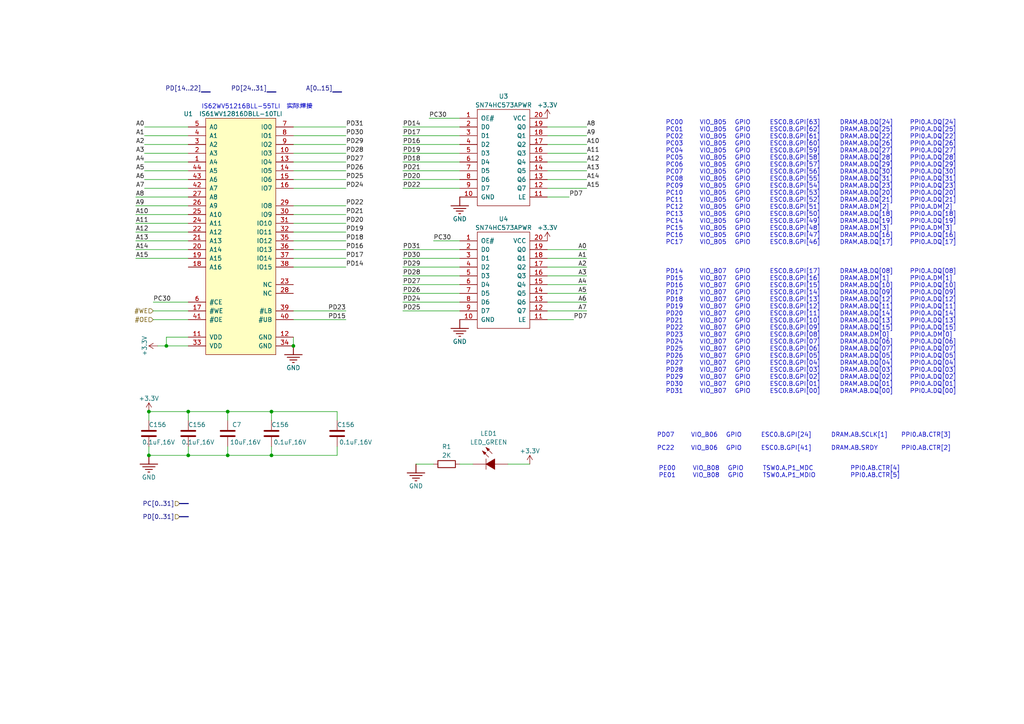
<source format=kicad_sch>
(kicad_sch (version 20230121) (generator eeschema)
  (paper "A4")
  (title_block (title "HPM6E00EVKSRAMSDRAMRevA") (date "2024/10/22") (comment 1 "02_SRAM"))
  (lib_symbols
    (symbol "01-HPM-Peripheral:LED_GREEN" (pin_numbers hide) (pin_names (offset 1.016) hide)
      (property "Reference" "LED" (at -5.08 1.27 0))
      (property "Value" "LED_GREEN" (at 0 8.89 0))
      (symbol "LED_GREEN_1_1"
        (polyline (pts (xy -2.54 1.524) (xy -2.54 -1.524)) (stroke (width 0.1524)))
        (polyline (pts (xy -1.778 2.032) (xy -3.556 3.81)) (stroke (width 0.1524)))
        (polyline (pts (xy -0.762 3.048) (xy -2.54 4.826)) (stroke (width 0.1524)))
        (polyline (pts (xy -3.556 3.81) (xy -2.54 3.302) (xy -3.048 2.794) (xy -3.556 3.81)) (stroke (width 0.1524)) (fill (type outline)))
        (polyline (pts (xy -2.54 4.826) (xy -1.524 4.318) (xy -2.032 3.81) (xy -2.54 4.826)) (stroke (width 0.1524)) (fill (type outline)))
        (polyline (pts (xy 0 -1.524) (xy -2.54 0) (xy 0 1.524) (xy 0 -1.524)) (stroke (width 0.1524)) (fill (type outline)))
        (pin input line (at -6.35 0 0) (length 3.81) (name "K") (number "1"))
        (pin input line (at 3.81 0 180) (length 3.81) (name "A") (number "2"))
      )
    )
    (symbol "02_HPM_Resistor:2K_0402" (pin_numbers hide) (pin_names (offset 0))
      (property "Reference" "R" (at 0 5.08 0))
      (property "Value" "2K" (at 0 7.62 0))
      (symbol "2K_0402_0_1"
        (rectangle (start 2.54 -1.016) (end -2.54 1.016) (stroke (width 0.254)))
      )
      (symbol "2K_0402_1_1"
        (pin passive line (at -3.81 0 0) (length 1.27) (name "~") (number "1"))
        (pin passive line (at 3.81 0 180) (length 1.27) (name "~") (number "2"))
      )
    )
    (symbol "03_HPM_Capacitance:0.1uF,16V_0402" (pin_numbers hide) (pin_names (offset 0.254))
      (property "Reference" "C" (at 1.27 -2.54 0))
      (property "Value" "0.1uF,16V" (at 1.27 2.54 0))
      (symbol "0.1uF,16V_0402_0_1"
        (polyline (pts (xy -2.032 -0.762) (xy 2.032 -0.762)) (stroke (width 0.508)))
        (polyline (pts (xy -2.032 0.762) (xy 2.032 0.762)) (stroke (width 0.508)))
      )
      (symbol "0.1uF,16V_0402_1_1"
        (pin passive line (at 0 3.81 270) (length 2.794) (name "~") (number "1"))
        (pin passive line (at 0 -3.81 90) (length 2.794) (name "~") (number "2"))
      )
    )
    (symbol "03_HPM_Capacitance:10uF,16V_0603" (pin_numbers hide) (pin_names (offset 0.254))
      (property "Reference" "C" (at 0.635 2.54 0))
      (property "Value" "10uF,16V" (at 0.635 -2.54 0))
      (symbol "10uF,16V_0603_0_1"
        (polyline (pts (xy -2.032 -0.762) (xy 2.032 -0.762)) (stroke (width 0.508)))
        (polyline (pts (xy -2.032 0.762) (xy 2.032 0.762)) (stroke (width 0.508)))
      )
      (symbol "10uF,16V_0603_1_1"
        (pin passive line (at 0 3.81 270) (length 2.794) (name "~") (number "1"))
        (pin passive line (at 0 -3.81 90) (length 2.794) (name "~") (number "2"))
      )
    )
    (symbol "10_HPM_Storage_IC:IS61WV12816DBLL-10TLI" (pin_names (offset 1.016))
      (property "Reference" "U" (at 0 36.957 0))
      (property "Value" "IS61WV12816DBLL-10TLI" (at 0 42.037 0))
      (symbol "IS61WV12816DBLL-10TLI_1_1"
        (rectangle (start -10.16 34.29) (end 10.16 -34.29) (stroke (width 0.1524)) (fill (type background)))
        (pin input line (at -15.24 21.59 0) (length 5.08) (name "A4") (number "1"))
        (pin bidirectional line (at 15.24 24.13 180) (length 5.08) (name "IO3") (number "10"))
        (pin power_in line (at -15.24 -29.21 0) (length 5.08) (name "VDD") (number "11"))
        (pin power_in line (at 15.24 -29.21 180) (length 5.08) (name "GND") (number "12"))
        (pin bidirectional line (at 15.24 21.59 180) (length 5.08) (name "IO4") (number "13"))
        (pin bidirectional line (at 15.24 19.05 180) (length 5.08) (name "IO5") (number "14"))
        (pin bidirectional line (at 15.24 16.51 180) (length 5.08) (name "IO6") (number "15"))
        (pin bidirectional line (at 15.24 13.97 180) (length 5.08) (name "IO7") (number "16"))
        (pin input line (at -15.24 -21.59 0) (length 5.08) (name "#WE") (number "17"))
        (pin input line (at -15.24 -8.89 0) (length 5.08) (name "A16") (number "18"))
        (pin input line (at -15.24 -6.35 0) (length 5.08) (name "A15") (number "19"))
        (pin input line (at -15.24 24.13 0) (length 5.08) (name "A3") (number "2"))
        (pin input line (at -15.24 -3.81 0) (length 5.08) (name "A14") (number "20"))
        (pin input line (at -15.24 -1.27 0) (length 5.08) (name "A13") (number "21"))
        (pin input line (at -15.24 1.27 0) (length 5.08) (name "A12") (number "22"))
        (pin input line (at 15.24 -13.97 180) (length 5.08) (name "NC") (number "23"))
        (pin input line (at -15.24 3.81 0) (length 5.08) (name "A11") (number "24"))
        (pin input line (at -15.24 6.35 0) (length 5.08) (name "A10") (number "25"))
        (pin input line (at -15.24 8.89 0) (length 5.08) (name "A9") (number "26"))
        (pin input line (at -15.24 11.43 0) (length 5.08) (name "A8") (number "27"))
        (pin input line (at 15.24 -16.51 180) (length 5.08) (name "NC") (number "28"))
        (pin bidirectional line (at 15.24 8.89 180) (length 5.08) (name "IO8") (number "29"))
        (pin input line (at -15.24 26.67 0) (length 5.08) (name "A2") (number "3"))
        (pin bidirectional line (at 15.24 6.35 180) (length 5.08) (name "IO9") (number "30"))
        (pin bidirectional line (at 15.24 3.81 180) (length 5.08) (name "IO10") (number "31"))
        (pin bidirectional line (at 15.24 1.27 180) (length 5.08) (name "IO11") (number "32"))
        (pin power_in line (at -15.24 -31.75 0) (length 5.08) (name "VDD") (number "33"))
        (pin power_in line (at 15.24 -31.75 180) (length 5.08) (name "GND") (number "34"))
        (pin bidirectional line (at 15.24 -1.27 180) (length 5.08) (name "IO12") (number "35"))
        (pin bidirectional line (at 15.24 -3.81 180) (length 5.08) (name "IO13") (number "36"))
        (pin bidirectional line (at 15.24 -6.35 180) (length 5.08) (name "IO14") (number "37"))
        (pin bidirectional line (at 15.24 -8.89 180) (length 5.08) (name "IO15") (number "38"))
        (pin input line (at 15.24 -21.59 180) (length 5.08) (name "#LB") (number "39"))
        (pin input line (at -15.24 29.21 0) (length 5.08) (name "A1") (number "4"))
        (pin input line (at 15.24 -24.13 180) (length 5.08) (name "#UB") (number "40"))
        (pin input line (at -15.24 -24.13 0) (length 5.08) (name "#OE") (number "41"))
        (pin input line (at -15.24 13.97 0) (length 5.08) (name "A7") (number "42"))
        (pin input line (at -15.24 16.51 0) (length 5.08) (name "A6") (number "43"))
        (pin input line (at -15.24 19.05 0) (length 5.08) (name "A5") (number "44"))
        (pin input line (at -15.24 31.75 0) (length 5.08) (name "A0") (number "5"))
        (pin input line (at -15.24 -19.05 0) (length 5.08) (name "#CE") (number "6"))
        (pin bidirectional line (at 15.24 31.75 180) (length 5.08) (name "IO0") (number "7"))
        (pin bidirectional line (at 15.24 29.21 180) (length 5.08) (name "IO1") (number "8"))
        (pin bidirectional line (at 15.24 26.67 180) (length 5.08) (name "IO2") (number "9"))
      )
    )
    (symbol "Goldfinger-altium-import:GND" (power)
      (property "Reference" "#PWR" (at 0 0 0))
      (property "Value" "GND" (at 0 6.35 0))
      (symbol "GND_0_0"
        (polyline (pts (xy -2.54 -2.54) (xy 2.54 -2.54)) (stroke (width 0.254)))
        (polyline (pts (xy -1.778 -3.302) (xy 1.778 -3.302)) (stroke (width 0.254)))
        (polyline (pts (xy -1.016 -4.064) (xy 1.016 -4.064)) (stroke (width 0.254)))
        (polyline (pts (xy -0.254 -4.826) (xy 0.254 -4.826)) (stroke (width 0.254)))
        (polyline (pts (xy 0 0) (xy 0 -2.54)) (stroke (width 0.254)))
        (pin power_in line (at 0 0 0) (length 0) hide (name "GND") (number ""))
      )
    )
    (symbol "ZHAO_LIB:74HC573PW,118" (pin_names (offset 1.016))
      (property "Reference" "U" (at -6.35 15.24 0))
      (property "Value" "74HC573PW" (at 1.27 15.1638 0))
      (symbol "74HC573PW,118_1_1"
        (rectangle (start -7.62 13.97) (end 7.62 -13.97) (stroke (width 0.1524)))
        (pin input line (at -12.7 11.43 0) (length 5.08) (name "OE#") (number "1"))
        (pin input line (at -12.7 -11.43 0) (length 5.08) (name "GND") (number "10"))
        (pin input line (at 12.7 -11.43 180) (length 5.08) (name "LE") (number "11"))
        (pin input line (at 12.7 -8.89 180) (length 5.08) (name "Q7") (number "12"))
        (pin input line (at 12.7 -6.35 180) (length 5.08) (name "Q6") (number "13"))
        (pin input line (at 12.7 -3.81 180) (length 5.08) (name "Q5") (number "14"))
        (pin input line (at 12.7 -1.27 180) (length 5.08) (name "Q4") (number "15"))
        (pin input line (at 12.7 1.27 180) (length 5.08) (name "Q3") (number "16"))
        (pin input line (at 12.7 3.81 180) (length 5.08) (name "Q2") (number "17"))
        (pin input line (at 12.7 6.35 180) (length 5.08) (name "Q1") (number "18"))
        (pin input line (at 12.7 8.89 180) (length 5.08) (name "Q0") (number "19"))
        (pin input line (at -12.7 8.89 0) (length 5.08) (name "D0") (number "2"))
        (pin input line (at 12.7 11.43 180) (length 5.08) (name "VCC") (number "20"))
        (pin input line (at -12.7 6.35 0) (length 5.08) (name "D1") (number "3"))
        (pin input line (at -12.7 3.81 0) (length 5.08) (name "D2") (number "4"))
        (pin input line (at -12.7 1.27 0) (length 5.08) (name "D3") (number "5"))
        (pin input line (at -12.7 -1.27 0) (length 5.08) (name "D4") (number "6"))
        (pin input line (at -12.7 -3.81 0) (length 5.08) (name "D5") (number "7"))
        (pin input line (at -12.7 -6.35 0) (length 5.08) (name "D6") (number "8"))
        (pin input line (at -12.7 -8.89 0) (length 5.08) (name "D7") (number "9"))
      )
    )
    (symbol "power:+3.3V" (power) (pin_names (offset 0))
      (property "Value" "+3.3V" (at 0 3.556 0))
      (symbol "+3.3V_0_1"
        (polyline (pts (xy -0.762 1.27) (xy 0 2.54)))
        (polyline (pts (xy 0 0) (xy 0 2.54)))
        (polyline (pts (xy 0 2.54) (xy 0.762 1.27)))
      )
      (symbol "+3.3V_1_1"
        (pin power_in line (at 0 0 90) (length 0) hide (name "+3.3V") (number "1"))
      )
    )
  )
  (junction (at 43.18 119.38))
  (junction (at 54.61 132.08))
  (junction (at 43.18 132.08))
  (junction (at 66.04 119.38))
  (junction (at 54.61 119.38))
  (junction (at 48.26 100.33))
  (junction (at 66.04 132.08))
  (junction (at 78.74 119.38))
  (junction (at 85.09 100.33))
  (junction (at 78.74 132.08))
  (bus (pts (xy 77.47 26.67) (xy 80.01 26.67)))
  (wire (pts (xy 48.26 100.33) (xy 54.61 100.33)))
  (wire (pts (xy 66.04 119.38) (xy 78.74 119.38)))
  (wire (pts (xy 41.91 46.99) (xy 54.61 46.99)))
  (wire (pts (xy 100.33 64.77) (xy 85.09 64.77)) (stroke (width 0.15)))
  (wire (pts (xy 48.26 97.79) (xy 54.61 97.79)))
  (wire (pts (xy 158.75 82.55) (xy 170.18 82.55)))
  (wire (pts (xy 158.75 90.17) (xy 170.18 90.17)))
  (wire (pts (xy 158.75 80.01) (xy 170.18 80.01)))
  (wire (pts (xy 116.84 87.63) (xy 133.35 87.63)))
  (wire (pts (xy 97.79 129.54) (xy 97.79 132.08)))
  (wire (pts (xy 133.35 134.62) (xy 137.16 134.62)))
  (wire (pts (xy 41.91 36.83) (xy 54.61 36.83)))
  (wire (pts (xy 100.33 69.85) (xy 85.09 69.85)) (stroke (width 0.15)))
  (wire (pts (xy 100.33 62.23) (xy 85.09 62.23)) (stroke (width 0.15)))
  (wire (pts (xy 100.33 52.07) (xy 85.09 52.07)) (stroke (width 0.15)))
  (wire (pts (xy 48.26 97.79) (xy 48.26 100.33)))
  (wire (pts (xy 39.37 72.39) (xy 54.61 72.39)))
  (wire (pts (xy 158.75 41.91) (xy 170.18 41.91)))
  (wire (pts (xy 116.84 36.83) (xy 133.35 36.83)))
  (wire (pts (xy 39.37 69.85) (xy 54.61 69.85)))
  (wire (pts (xy 100.33 44.45) (xy 85.09 44.45)) (stroke (width 0.15)))
  (wire (pts (xy 100.33 72.39) (xy 85.09 72.39)) (stroke (width 0.15)))
  (wire (pts (xy 100.33 77.47) (xy 85.09 77.47)) (stroke (width 0.15)))
  (wire (pts (xy 124.46 34.29) (xy 133.35 34.29)))
  (wire (pts (xy 39.37 59.69) (xy 54.61 59.69)))
  (wire (pts (xy 100.33 49.53) (xy 85.09 49.53)) (stroke (width 0.15)))
  (wire (pts (xy 39.37 74.93) (xy 54.61 74.93)))
  (bus (pts (xy 96.52 26.67) (xy 99.06 26.67)))
  (wire (pts (xy 116.84 44.45) (xy 133.35 44.45)))
  (wire (pts (xy 66.04 119.38) (xy 66.04 121.92)))
  (wire (pts (xy 158.75 44.45) (xy 170.18 44.45)))
  (wire (pts (xy 158.75 39.37) (xy 170.18 39.37)))
  (wire (pts (xy 100.33 54.61) (xy 85.09 54.61)) (stroke (width 0.15)))
  (wire (pts (xy 78.74 119.38) (xy 78.74 121.92)))
  (wire (pts (xy 43.18 119.38) (xy 43.18 121.92)) (stroke (width 0.15)))
  (wire (pts (xy 158.75 52.07) (xy 170.18 52.07)))
  (wire (pts (xy 158.75 72.39) (xy 170.18 72.39)))
  (wire (pts (xy 41.91 41.91) (xy 54.61 41.91)))
  (wire (pts (xy 66.04 132.08) (xy 78.74 132.08)))
  (wire (pts (xy 44.45 92.71) (xy 54.61 92.71)))
  (wire (pts (xy 43.18 129.54) (xy 43.18 132.08)) (stroke (width 0.15)))
  (wire (pts (xy 45.72 100.33) (xy 48.26 100.33)))
  (wire (pts (xy 116.84 77.47) (xy 133.35 77.47)))
  (wire (pts (xy 116.84 80.01) (xy 133.35 80.01)))
  (wire (pts (xy 97.79 119.38) (xy 97.79 121.92)))
  (wire (pts (xy 158.75 54.61) (xy 170.18 54.61)))
  (wire (pts (xy 158.75 49.53) (xy 170.18 49.53)))
  (wire (pts (xy 116.84 52.07) (xy 133.35 52.07)))
  (wire (pts (xy 54.61 132.08) (xy 66.04 132.08)))
  (wire (pts (xy 78.74 132.08) (xy 97.79 132.08)))
  (wire (pts (xy 100.33 41.91) (xy 85.09 41.91)) (stroke (width 0.15)))
  (wire (pts (xy 54.61 119.38) (xy 66.04 119.38)))
  (wire (pts (xy 116.84 72.39) (xy 133.35 72.39)))
  (wire (pts (xy 116.84 82.55) (xy 133.35 82.55)))
  (wire (pts (xy 41.91 44.45) (xy 54.61 44.45)))
  (wire (pts (xy 100.33 67.31) (xy 85.09 67.31)) (stroke (width 0.15)))
  (wire (pts (xy 39.37 67.31) (xy 54.61 67.31)))
  (wire (pts (xy 116.84 90.17) (xy 133.35 90.17)))
  (wire (pts (xy 116.84 49.53) (xy 133.35 49.53)))
  (wire (pts (xy 166.37 92.71) (xy 158.75 92.71)))
  (wire (pts (xy 116.84 39.37) (xy 133.35 39.37)))
  (wire (pts (xy 44.45 87.63) (xy 54.61 87.63)))
  (wire (pts (xy 41.91 39.37) (xy 54.61 39.37)))
  (wire (pts (xy 153.67 134.62) (xy 147.32 134.62)))
  (wire (pts (xy 116.84 46.99) (xy 133.35 46.99)))
  (wire (pts (xy 158.75 36.83) (xy 170.18 36.83)))
  (bus (pts (xy 52.07 149.86) (xy 54.61 149.86)))
  (wire (pts (xy 78.74 129.54) (xy 78.74 132.08)))
  (wire (pts (xy 54.61 119.38) (xy 43.18 119.38)) (stroke (width 0.15)))
  (wire (pts (xy 54.61 129.54) (xy 54.61 132.08)) (stroke (width 0.15)))
  (wire (pts (xy 100.33 74.93) (xy 85.09 74.93)) (stroke (width 0.15)))
  (wire (pts (xy 39.37 62.23) (xy 54.61 62.23)))
  (wire (pts (xy 158.75 85.09) (xy 170.18 85.09)))
  (wire (pts (xy 100.33 39.37) (xy 85.09 39.37)) (stroke (width 0.15)))
  (wire (pts (xy 39.37 57.15) (xy 54.61 57.15)))
  (wire (pts (xy 54.61 132.08) (xy 43.18 132.08)) (stroke (width 0.15)))
  (wire (pts (xy 78.74 119.38) (xy 97.79 119.38)))
  (wire (pts (xy 158.75 46.99) (xy 170.18 46.99)))
  (wire (pts (xy 41.91 49.53) (xy 54.61 49.53)))
  (wire (pts (xy 100.33 36.83) (xy 85.09 36.83)) (stroke (width 0.15)))
  (wire (pts (xy 125.73 69.85) (xy 133.35 69.85)))
  (wire (pts (xy 116.84 41.91) (xy 133.35 41.91)))
  (wire (pts (xy 100.33 59.69) (xy 85.09 59.69)) (stroke (width 0.15)))
  (wire (pts (xy 44.45 90.17) (xy 54.61 90.17)))
  (wire (pts (xy 41.91 52.07) (xy 54.61 52.07)))
  (wire (pts (xy 116.84 54.61) (xy 133.35 54.61)))
  (bus (pts (xy 52.07 146.05) (xy 54.61 146.05)))
  (wire (pts (xy 100.33 90.17) (xy 85.09 90.17)))
  (wire (pts (xy 85.09 97.79) (xy 85.09 100.33)))
  (wire (pts (xy 100.33 46.99) (xy 85.09 46.99)) (stroke (width 0.15)))
  (wire (pts (xy 116.84 74.93) (xy 133.35 74.93)))
  (wire (pts (xy 158.75 74.93) (xy 170.18 74.93)))
  (wire (pts (xy 116.84 85.09) (xy 133.35 85.09)))
  (wire (pts (xy 120.65 134.62) (xy 125.73 134.62)))
  (wire (pts (xy 41.91 54.61) (xy 54.61 54.61)))
  (wire (pts (xy 39.37 64.77) (xy 54.61 64.77)))
  (wire (pts (xy 158.75 87.63) (xy 170.18 87.63)))
  (wire (pts (xy 66.04 129.54) (xy 66.04 132.08)))
  (wire (pts (xy 165.1 57.15) (xy 158.75 57.15)))
  (wire (pts (xy 158.75 77.47) (xy 170.18 77.47)))
  (wire (pts (xy 54.61 119.38) (xy 54.61 121.92)) (stroke (width 0.15)))
  (bus (pts (xy 58.42 26.67) (xy 60.96 26.67)))
  (wire (pts (xy 100.33 92.71) (xy 85.09 92.71)))
  (text "PE00	VIO_B08	GPIO	TSW0.A.P1_MDC		PPI0.AB.CTR[4]\nPE01	VIO_B08	GPIO	TSW0.A.P1_MDIO		PPI0.AB.CTR[5]\n" (at 191.0078 138.7238 0) (effects (font (size 1.27 1.27)) (justify left bottom)))
  (text "PC22	VIO_B06	GPIO	ESC0.B.GPI[41]	DRAM.AB.SRDY	PPI0.AB.CTR[2]\n" (at 190.5 130.81 0) (effects (font (size 1.27 1.27)) (justify left bottom)))
  (text "PD14	VIO_B07	GPIO	ESC0.B.GPI[17]	DRAM.AB.DQ[08]	PPI0.A.DQ[08]\nPD15	VIO_B07	GPIO	ESC0.B.GPI[16]	DRAM.AB.DM[1]	PPI0.A.DM[1]\nPD16	VIO_B07	GPIO	ESC0.B.GPI[15]	DRAM.AB.DQ[10]	PPI0.A.DQ[10]\nPD17	VIO_B07	GPIO	ESC0.B.GPI[14]	DRAM.AB.DQ[09]	PPI0.A.DQ[09]\nPD18	VIO_B07	GPIO	ESC0.B.GPI[13]	DRAM.AB.DQ[12]	PPI0.A.DQ[12]\nPD19	VIO_B07	GPIO	ESC0.B.GPI[12]	DRAM.AB.DQ[11]	PPI0.A.DQ[11]\nPD20	VIO_B07	GPIO	ESC0.B.GPI[11]	DRAM.AB.DQ[14]	PPI0.A.DQ[14]\nPD21	VIO_B07	GPIO	ESC0.B.GPI[10]	DRAM.AB.DQ[13]	PPI0.A.DQ[13]\nPD22	VIO_B07	GPIO	ESC0.B.GPI[09]	DRAM.AB.DQ[15]	PPI0.A.DQ[15]\nPD23	VIO_B07	GPIO	ESC0.B.GPI[08]	DRAM.AB.DM[0]	PPI0.A.DM[0]\nPD24	VIO_B07	GPIO	ESC0.B.GPI[07]	DRAM.AB.DQ[06]	PPI0.A.DQ[06]\nPD25	VIO_B07	GPIO	ESC0.B.GPI[06]	DRAM.AB.DQ[07]	PPI0.A.DQ[07]\nPD26	VIO_B07	GPIO	ESC0.B.GPI[05]	DRAM.AB.DQ[05]	PPI0.A.DQ[05]\nPD27	VIO_B07	GPIO	ESC0.B.GPI[04]	DRAM.AB.DQ[04]	PPI0.A.DQ[04]\nPD28	VIO_B07	GPIO	ESC0.B.GPI[03]	DRAM.AB.DQ[03]	PPI0.A.DQ[03]\nPD29	VIO_B07	GPIO	ESC0.B.GPI[02]	DRAM.AB.DQ[02]	PPI0.A.DQ[02]\nPD30	VIO_B07	GPIO	ESC0.B.GPI[01]	DRAM.AB.DQ[01]	PPI0.A.DQ[01]\nPD31	VIO_B07	GPIO	ESC0.B.GPI[00]	DRAM.AB.DQ[00]	PPI0.A.DQ[00]\n" (at 193.04 114.3 0) (effects (font (size 1.27 1.27)) (justify left bottom)))
  (text "PC00	VIO_B05	GPIO	ESC0.B.GPI[63]	DRAM.AB.DQ[24]	PPI0.A.DQ[24]\nPC01	VIO_B05	GPIO	ESC0.B.GPI[62]	DRAM.AB.DQ[25]	PPI0.A.DQ[25]\nPC02	VIO_B05	GPIO	ESC0.B.GPI[61]	DRAM.AB.DQ[22]	PPI0.A.DQ[22]\nPC03	VIO_B05	GPIO	ESC0.B.GPI[60]	DRAM.AB.DQ[26]	PPI0.A.DQ[26]\nPC04	VIO_B05	GPIO	ESC0.B.GPI[59]	DRAM.AB.DQ[27]	PPI0.A.DQ[27]\nPC05	VIO_B05	GPIO	ESC0.B.GPI[58]	DRAM.AB.DQ[28]	PPI0.A.DQ[28]\nPC06	VIO_B05	GPIO	ESC0.B.GPI[57]	DRAM.AB.DQ[29]	PPI0.A.DQ[29]\nPC07	VIO_B05	GPIO	ESC0.B.GPI[56]	DRAM.AB.DQ[30]	PPI0.A.DQ[30]\nPC08	VIO_B05	GPIO	ESC0.B.GPI[55]	DRAM.AB.DQ[31]	PPI0.A.DQ[31]\nPC09	VIO_B05	GPIO	ESC0.B.GPI[54]	DRAM.AB.DQ[23]	PPI0.A.DQ[23]\nPC10	VIO_B05	GPIO	ESC0.B.GPI[53]	DRAM.AB.DQ[20]	PPI0.A.DQ[20]\nPC11	VIO_B05	GPIO	ESC0.B.GPI[52]	DRAM.AB.DQ[21]	PPI0.A.DQ[21]\nPC12	VIO_B05	GPIO	ESC0.B.GPI[51]	DRAM.AB.DM[2]	PPI0.A.DM[2]\nPC13	VIO_B05	GPIO	ESC0.B.GPI[50]	DRAM.AB.DQ[18]	PPI0.A.DQ[18]\nPC14	VIO_B05	GPIO	ESC0.B.GPI[49]	DRAM.AB.DQ[19]	PPI0.A.DQ[19]\nPC15	VIO_B05	GPIO	ESC0.B.GPI[48]	DRAM.AB.DM[3]	PPI0.A.DM[3]\nPC16	VIO_B05	GPIO	ESC0.B.GPI[47]	DRAM.AB.DQ[16]	PPI0.A.DQ[16]\nPC17	VIO_B05	GPIO	ESC0.B.GPI[46]	DRAM.AB.DQ[17]	PPI0.A.DQ[17]\n" (at 193.04 71.12 0) (effects (font (size 1.27 1.27)) (justify left bottom)))
  (text "PD07	VIO_B06	GPIO	ESC0.B.GPI[24]	DRAM.AB.SCLK[1]	PPI0.AB.CTR[3]\n" (at 190.5 127 0) (effects (font (size 1.27 1.27)) (justify left bottom)))
  (text "IS62WV51216BLL-55TLI  实际焊接" (at 58.42 31.75 0) (effects (font (size 1.27 1.27)) (justify left bottom)))
  (label "PD26" (at 116.84 85.09 0))
  (label "PD26" (at 100.33 49.53 0))
  (label "A2" (at 170.18 77.47 180))
  (label "A8" (at 170.18 36.83 0))
  (label "A3" (at 41.91 44.45 180))
  (label "PD31" (at 100.33 36.83 0))
  (label "PD14" (at 116.84 36.83 0))
  (label "A5" (at 170.18 85.09 180))
  (label "A0" (at 170.18 72.39 180))
  (label "PD[24..31]" (at 77.47 26.67 180))
  (label "A9" (at 39.37 59.69 0))
  (label "PD31" (at 116.84 72.39 0))
  (label "PD16" (at 116.84 41.91 0))
  (label "PD[14..22]" (at 58.42 26.67 180))
  (label "PD19" (at 100.33 67.31 0))
  (label "A[0..15]" (at 96.52 26.67 180))
  (label "PD25" (at 100.33 52.07 0))
  (label "PD24" (at 100.33 54.61 0))
  (label "A9" (at 170.18 39.37 0))
  (label "PD19" (at 116.84 44.45 0))
  (label "A4" (at 41.91 46.99 180))
  (label "A6" (at 41.91 52.07 180))
  (label "PD21" (at 100.33 62.23 0))
  (label "PD29" (at 116.84 77.47 0))
  (label "A13" (at 39.37 69.85 0))
  (label "PD17" (at 100.33 74.93 0))
  (label "PD20" (at 100.33 64.77 0))
  (label "PD20" (at 116.84 52.07 0))
  (label "A12" (at 39.37 67.31 0))
  (label "A4" (at 170.18 82.55 180))
  (label "PD25" (at 116.84 90.17 0))
  (label "PD23" (at 100.33 90.17 180))
  (label "PD7" (at 165.1 57.15 0))
  (label "A12" (at 170.18 46.99 0))
  (label "A13" (at 170.18 49.53 0))
  (label "PD16" (at 100.33 72.39 0))
  (label "PD22" (at 116.84 54.61 0))
  (label "PD18" (at 116.84 46.99 0))
  (label "A14" (at 170.18 52.07 0))
  (label "PC30" (at 124.46 34.29 0))
  (label "A11" (at 39.37 64.77 0))
  (label "A14" (at 39.37 72.39 0))
  (label "PD7" (at 166.37 92.71 0))
  (label "PD18" (at 100.33 69.85 0))
  (label "PD22" (at 100.33 59.69 0))
  (label "A5" (at 41.91 49.53 180))
  (label "PD24" (at 116.84 87.63 0))
  (label "A1" (at 41.91 39.37 180))
  (label "A6" (at 170.18 87.63 180))
  (label "A7" (at 41.91 54.61 180))
  (label "PC30" (at 125.73 69.85 0))
  (label "PD17" (at 116.84 39.37 0))
  (label "A15" (at 170.18 54.61 0))
  (label "PC30" (at 44.45 87.63 0))
  (label "PD30" (at 100.33 39.37 0))
  (label "A3" (at 170.18 80.01 180))
  (label "A2" (at 41.91 41.91 180))
  (label "A11" (at 170.18 44.45 0))
  (label "PD28" (at 100.33 44.45 0))
  (label "PD28" (at 116.84 80.01 0))
  (label "PD27" (at 100.33 46.99 0))
  (label "A8" (at 39.37 57.15 0))
  (label "A10" (at 39.37 62.23 0))
  (label "PD14" (at 100.33 77.47 0))
  (label "PD29" (at 100.33 41.91 0))
  (label "PD15" (at 100.33 92.71 180))
  (label "A1" (at 170.18 74.93 180))
  (label "A15" (at 39.37 74.93 0))
  (label "PD30" (at 116.84 74.93 0))
  (label "A0" (at 41.91 36.83 180))
  (label "PD21" (at 116.84 49.53 0))
  (label "A10" (at 170.18 41.91 0))
  (label "A7" (at 170.18 90.17 180))
  (label "PD27" (at 116.84 82.55 0))
  (hierarchical_label "PC[0..31]" (shape input) (at 52.07 146.05 180))
  (hierarchical_label "PD[0..31]" (shape input) (at 52.07 149.86 180))
  (hierarchical_label "#WE" (shape input) (at 44.45 90.17 180))
  (hierarchical_label "#OE" (shape input) (at 44.45 92.71 180))
  (symbol (lib_id "Goldfinger-altium-import:GND") (at 85.09 100.33 0) (unit 1)
    (property "Reference" "#PWR02" (effects hide))
    (property "Value" "GND" (at 85.09 106.68 0))
    (instances (project "HPM6E00EVKSRAMSDRAMRevA" (path "" (reference "#PWR02") (unit 1)) (path "" (reference "#PWR02") (unit 1)) (path "" (reference "#PWR08") (unit 1))) (project "HPM1200_TSN_SDRAM_RevA" (path "" (reference "#PWR0146") (unit 1))) (project "hexinban" (path "" (reference "#PWR02") (unit 1))))
  )
  (symbol (lib_id "ZHAO_LIB:74HC573PW,118") (at 146.05 81.28 0) (unit 1)
    (property "Reference" "U4" (at 146.05 63.5 0))
    (property "Value" "SN74HC573APWR" (at 146.05 66.04 0))
    (property "Footprint" "12_HPM_Other:TSSOP-20" (effects hide))
    (property "SuppliersPartNumber" "C5944" (effects hide))
  )
  (symbol (lib_id "02_HPM_Resistor:2K_0402") (at 129.54 134.62 0) (unit 1)
    (property "Reference" "R1" (at 129.54 129.54 0))
    (property "Value" "2K" (at 129.54 132.08 0))
    (property "Footprint" "02_HPM_Resistor:R_0402_1005Metric" (effects hide))
    (property "Model" "0402WGF2001TCE" (effects hide))
    (property "Company" "UNI-ROYAL(厚声)" (effects hide))
  )
  (symbol (lib_id "ZHAO_LIB:74HC573PW,118") (at 146.05 45.72 0) (unit 1)
    (property "Reference" "U3" (at 146.05 27.94 0))
    (property "Value" "SN74HC573APWR" (at 146.05 30.48 0))
    (property "Footprint" "12_HPM_Other:TSSOP-20" (effects hide))
    (property "SuppliersPartNumber" "C5944" (effects hide))
  )
  (symbol (lib_id "01-HPM-Peripheral:LED_GREEN") (at 143.51 134.62 0) (unit 1)
    (property "Reference" "LED1" (at 141.732 125.73 0))
    (property "Value" "LED_GREEN" (at 141.732 128.27 0))
    (property "Footprint" "01_HPM_Peripheral:LED_0603" (effects hide))
    (property "Model" "NCD0603C1" (effects hide))
    (property "Company" "国星光电" (effects hide))
  )
  (symbol (lib_id "Goldfinger-altium-import:GND") (at 133.35 92.71 0) (unit 1)
    (property "Reference" "#PWR02" (effects hide))
    (property "Value" "GND" (at 133.35 99.06 0))
    (instances (project "HPM6E00EVKSRAMSDRAMRevA" (path "" (reference "#PWR02") (unit 1)) (path "" (reference "#PWR02") (unit 1)) (path "" (reference "#PWR035") (unit 1))) (project "HPM1200_TSN_SDRAM_RevA" (path "" (reference "#PWR0146") (unit 1))) (project "hexinban" (path "" (reference "#PWR02") (unit 1))))
  )
  (symbol (lib_id "Goldfinger-altium-import:GND") (at 133.35 57.15 0) (unit 1)
    (property "Reference" "#PWR02" (effects hide))
    (property "Value" "GND" (at 133.35 63.5 0))
    (instances (project "HPM6E00EVKSRAMSDRAMRevA" (path "" (reference "#PWR02") (unit 1)) (path "" (reference "#PWR02") (unit 1)) (path "" (reference "#PWR036") (unit 1))) (project "HPM1200_TSN_SDRAM_RevA" (path "" (reference "#PWR0146") (unit 1))) (project "hexinban" (path "" (reference "#PWR02") (unit 1))))
  )
  (symbol (lib_id "power:+3.3V") (at 158.75 34.29 0) (unit 1)
    (property "Reference" "#PWR01" (effects hide))
    (property "Value" "+3.3V" (at 158.75 30.48 0))
    (instances (project "HPM6E00EVKSRAMSDRAMRevA" (path "" (reference "#PWR01") (unit 1)) (path "" (reference "#PWR01") (unit 1)) (path "" (reference "#PWR034") (unit 1))) (project "HPM1200_TSN_SDRAM_RevA" (path "" (reference "#PWR043") (unit 1)) (path "" (reference "#PWR019") (unit 1)) (path "" (reference "#PWR067") (unit 1)) (path "" (reference "#PWR091") (unit 1)) (path "" (reference "#PWR0115") (unit 1)) (path "" (reference "#PWR0139") (unit 1)) (path "" (reference "#PWR0201") (unit 1)) (path "" (reference "#PWR0145") (unit 1))) (project "HPM6880_EVK_RevA" (path "" (reference "#PWR024") (unit 1))))
  )
  (symbol (lib_id "03_HPM_Capacitance:0.1uF,16V_0402") (at 54.61 125.73 0) (mirror y) (unit 1)
    (property "Reference" "C156" (at 59.69 123.19 0) (effects (justify left)))
    (property "Value" "0.1uF,16V" (at 62.23 128.27 0) (effects (justify left)))
    (property "Footprint" "03_HPM_Capacitance:C_0402_1005Metric" (effects hide))
    (property "Model" "CL05B104KO5NNNC" (effects hide))
    (property "Company" "SAMSUNG(三星)" (effects hide))
    (instances (project "HPM6750EVK2 RevC.0822" (path "" (reference "C156") (unit 1))) (project "HPM6E00EVKSRAMSDRAMRevA" (path "" (reference "C2") (unit 1)) (path "" (reference "C2") (unit 1)) (path "" (reference "C9") (unit 1))) (project "HPM1200_TSN_SDRAM_RevA" (path "" (reference "C43") (unit 1)) (path "" (reference "C21") (unit 1)) (path "" (reference "C65") (unit 1)) (path "" (reference "C87") (unit 1)) (path "" (reference "C109") (unit 1)) (path "" (reference "C131") (unit 1)) (path "" (reference "C134") (unit 1))) (project "HPM6880_EVK_RevA" (path "" (reference "C15") (unit 1))))
  )
  (symbol (lib_id "03_HPM_Capacitance:0.1uF,16V_0402") (at 78.74 125.73 0) (mirror y) (unit 1)
    (property "Reference" "C156" (at 83.82 123.19 0) (effects (justify left)))
    (property "Value" "0.1uF,16V" (at 88.9 128.27 0) (effects (justify left)))
    (property "Footprint" "03_HPM_Capacitance:C_0402_1005Metric" (effects hide))
    (property "Model" "CL05B104KO5NNNC" (effects hide))
    (property "Company" "SAMSUNG(三星)" (effects hide))
    (instances (project "HPM6750EVK2 RevC.0822" (path "" (reference "C156") (unit 1))) (project "HPM6E00EVKSRAMSDRAMRevA" (path "" (reference "C1") (unit 1)) (path "" (reference "C1") (unit 1)) (path "" (reference "C12") (unit 1))) (project "HPM1200_TSN_SDRAM_RevA" (path "" (reference "C43") (unit 1)) (path "" (reference "C21") (unit 1)) (path "" (reference "C65") (unit 1)) (path "" (reference "C87") (unit 1)) (path "" (reference "C109") (unit 1)) (path "" (reference "C131") (unit 1)) (path "" (reference "C133") (unit 1))) (project "HPM6880_EVK_RevA" (path "" (reference "C15") (unit 1))))
  )
  (symbol (lib_id "10_HPM_Storage_IC:IS61WV12816DBLL-10TLI") (at 69.85 68.58 0) (unit 1)
    (property "Reference" "U1" (at 54.61 33.02 0))
    (property "Value" "IS61WV12816DBLL-10TLI" (at 69.85 33.02 0))
    (property "Footprint" "06_HPM_SO:TSOP-44_L18.4-W10.2-P0.80-LS11.8-BL" (effects hide))
    (property "Model" "IS61WV12816DBLL-10TLI" (effects hide))
    (property "Company" " ISSI(美国芯成) " (effects hide))
  )
  (symbol (lib_id "power:+3.3V") (at 45.72 100.33 90) (unit 1)
    (property "Reference" "#PWR04" (effects hide))
    (property "Value" "+3.3V" (at 41.91 100.33 0))
    (instances (project "HPM6E00EVKSRAMSDRAMRevA" (path "" (reference "#PWR04") (unit 1)) (path "" (reference "#PWR04") (unit 1)) (path "" (reference "#PWR07") (unit 1))) (project "HPM1200_TSN_SDRAM_RevA" (path "" (reference "#PWR043") (unit 1)) (path "" (reference "#PWR019") (unit 1)) (path "" (reference "#PWR067") (unit 1)) (path "" (reference "#PWR091") (unit 1)) (path "" (reference "#PWR0115") (unit 1)) (path "" (reference "#PWR0139") (unit 1)) (path "" (reference "#PWR0201") (unit 1)) (path "" (reference "#PWR0148") (unit 1))) (project "HPM6880_EVK_RevA" (path "" (reference "#PWR024") (unit 1))))
  )
  (symbol (lib_id "03_HPM_Capacitance:0.1uF,16V_0402") (at 97.79 125.73 0) (mirror y) (unit 1)
    (property "Reference" "C156" (at 102.87 123.19 0) (effects (justify left)))
    (property "Value" "0.1uF,16V" (at 107.95 128.27 0) (effects (justify left)))
    (property "Footprint" "03_HPM_Capacitance:C_0402_1005Metric" (effects hide))
    (property "Model" "CL05B104KO5NNNC" (effects hide))
    (property "Company" "SAMSUNG(三星)" (effects hide))
    (instances (project "HPM6750EVK2 RevC.0822" (path "" (reference "C156") (unit 1))) (project "HPM6E00EVKSRAMSDRAMRevA" (path "" (reference "C2") (unit 1)) (path "" (reference "C2") (unit 1)) (path "" (reference "C13") (unit 1))) (project "HPM1200_TSN_SDRAM_RevA" (path "" (reference "C43") (unit 1)) (path "" (reference "C21") (unit 1)) (path "" (reference "C65") (unit 1)) (path "" (reference "C87") (unit 1)) (path "" (reference "C109") (unit 1)) (path "" (reference "C131") (unit 1)) (path "" (reference "C134") (unit 1))) (project "HPM6880_EVK_RevA" (path "" (reference "C15") (unit 1))))
  )
  (symbol (lib_id "Goldfinger-altium-import:GND") (at 43.18 132.08 0) (unit 1)
    (property "Reference" "#PWR02" (effects hide))
    (property "Value" "GND" (at 43.18 138.43 0))
    (instances (project "HPM6E00EVKSRAMSDRAMRevA" (path "" (reference "#PWR02") (unit 1)) (path "" (reference "#PWR02") (unit 1)) (path "" (reference "#PWR06") (unit 1))) (project "HPM1200_TSN_SDRAM_RevA" (path "" (reference "#PWR0146") (unit 1))) (project "hexinban" (path "" (reference "#PWR02") (unit 1))))
  )
  (symbol (lib_id "power:+3.3V") (at 43.18 119.38 0) (unit 1)
    (property "Reference" "#PWR01" (effects hide))
    (property "Value" "+3.3V" (at 43.18 115.57 0))
    (instances (project "HPM6E00EVKSRAMSDRAMRevA" (path "" (reference "#PWR01") (unit 1)) (path "" (reference "#PWR01") (unit 1)) (path "" (reference "#PWR05") (unit 1))) (project "HPM1200_TSN_SDRAM_RevA" (path "" (reference "#PWR043") (unit 1)) (path "" (reference "#PWR019") (unit 1)) (path "" (reference "#PWR067") (unit 1)) (path "" (reference "#PWR091") (unit 1)) (path "" (reference "#PWR0115") (unit 1)) (path "" (reference "#PWR0139") (unit 1)) (path "" (reference "#PWR0201") (unit 1)) (path "" (reference "#PWR0145") (unit 1))) (project "HPM6880_EVK_RevA" (path "" (reference "#PWR024") (unit 1))))
  )
  (symbol (lib_id "power:+3.3V") (at 153.67 134.62 0) (unit 1)
    (property "Reference" "#PWR01" (effects hide))
    (property "Value" "+3.3V" (at 153.67 130.81 0))
    (instances (project "HPM6E00EVKSRAMSDRAMRevA" (path "" (reference "#PWR01") (unit 1)) (path "" (reference "#PWR01") (unit 1)) (path "" (reference "#PWR031") (unit 1))) (project "HPM1200_TSN_SDRAM_RevA" (path "" (reference "#PWR043") (unit 1)) (path "" (reference "#PWR019") (unit 1)) (path "" (reference "#PWR067") (unit 1)) (path "" (reference "#PWR091") (unit 1)) (path "" (reference "#PWR0115") (unit 1)) (path "" (reference "#PWR0139") (unit 1)) (path "" (reference "#PWR0201") (unit 1)) (path "" (reference "#PWR0145") (unit 1))) (project "HPM6880_EVK_RevA" (path "" (reference "#PWR024") (unit 1))))
  )
  (symbol (lib_id "03_HPM_Capacitance:0.1uF,16V_0402") (at 43.18 125.73 0) (mirror y) (unit 1)
    (property "Reference" "C156" (at 48.26 123.19 0) (effects (justify left)))
    (property "Value" "0.1uF,16V" (at 50.8 128.27 0) (effects (justify left)))
    (property "Footprint" "03_HPM_Capacitance:C_0402_1005Metric" (effects hide))
    (property "Model" "CL05B104KO5NNNC" (effects hide))
    (property "Company" "SAMSUNG(三星)" (effects hide))
    (instances (project "HPM6750EVK2 RevC.0822" (path "" (reference "C156") (unit 1))) (project "HPM6E00EVKSRAMSDRAMRevA" (path "" (reference "C1") (unit 1)) (path "" (reference "C1") (unit 1)) (path "" (reference "C8") (unit 1))) (project "HPM1200_TSN_SDRAM_RevA" (path "" (reference "C43") (unit 1)) (path "" (reference "C21") (unit 1)) (path "" (reference "C65") (unit 1)) (path "" (reference "C87") (unit 1)) (path "" (reference "C109") (unit 1)) (path "" (reference "C131") (unit 1)) (path "" (reference "C133") (unit 1))) (project "HPM6880_EVK_RevA" (path "" (reference "C15") (unit 1))))
  )
  (symbol (lib_id "power:+3.3V") (at 158.75 69.85 0) (unit 1)
    (property "Reference" "#PWR01" (effects hide))
    (property "Value" "+3.3V" (at 158.75 66.04 0))
    (instances (project "HPM6E00EVKSRAMSDRAMRevA" (path "" (reference "#PWR01") (unit 1)) (path "" (reference "#PWR01") (unit 1)) (path "" (reference "#PWR033") (unit 1))) (project "HPM1200_TSN_SDRAM_RevA" (path "" (reference "#PWR043") (unit 1)) (path "" (reference "#PWR019") (unit 1)) (path "" (reference "#PWR067") (unit 1)) (path "" (reference "#PWR091") (unit 1)) (path "" (reference "#PWR0115") (unit 1)) (path "" (reference "#PWR0139") (unit 1)) (path "" (reference "#PWR0201") (unit 1)) (path "" (reference "#PWR0145") (unit 1))) (project "HPM6880_EVK_RevA" (path "" (reference "#PWR024") (unit 1))))
  )
  (symbol (lib_id "03_HPM_Capacitance:10uF,16V_0603") (at 66.04 125.73 0) (unit 1)
    (property "Reference" "C7" (at 67.31 123.19 0) (effects (justify left)))
    (property "Value" "10uF,16V" (at 66.675 128.27 0) (effects (justify left)))
    (property "Footprint" "03_HPM_Capacitance:C_0603_1608Metric" (effects hide))
    (property "Model" "CL10A106KO8NQNC" (effects hide))
    (property "Company" " SAMSUNG(三星)" (effects hide))
    (instances (project "HPM6E00EVKSRAMSDRAMRevA" (path "" (reference "C7") (unit 1)) (path "" (reference "C7") (unit 1)) (path "" (reference "C11") (unit 1))) (project "HPM1200_TSN_SDRAM_RevA" (path "" (reference "C44") (unit 1)) (path "" (reference "C22") (unit 1)) (path "" (reference "C66") (unit 1)) (path "" (reference "C88") (unit 1)) (path "" (reference "C110") (unit 1)) (path "" (reference "C132") (unit 1)) (path "" (reference "C139") (unit 1))))
  )
  (symbol (lib_id "Goldfinger-altium-import:GND") (at 120.65 134.62 0) (unit 1)
    (property "Reference" "#PWR02" (effects hide))
    (property "Value" "GND" (at 120.65 140.97 0))
    (instances (project "HPM6E00EVKSRAMSDRAMRevA" (path "" (reference "#PWR02") (unit 1)) (path "" (reference "#PWR02") (unit 1)) (path "" (reference "#PWR032") (unit 1))) (project "HPM1200_TSN_SDRAM_RevA" (path "" (reference "#PWR0146") (unit 1))) (project "hexinban" (path "" (reference "#PWR02") (unit 1))))
  )
)
</source>
